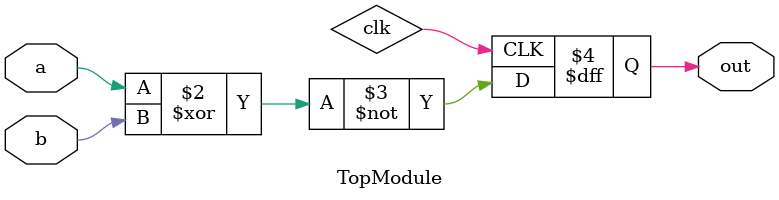
<source format=sv>

module TopModule (
  input a,
  input b,
  output out
);
always @(posedge clk) begin
  out <= ~(a ^ b); // XNOR operation
end

// Add clock input if not provided
// input wire clk;

endmodule

</source>
